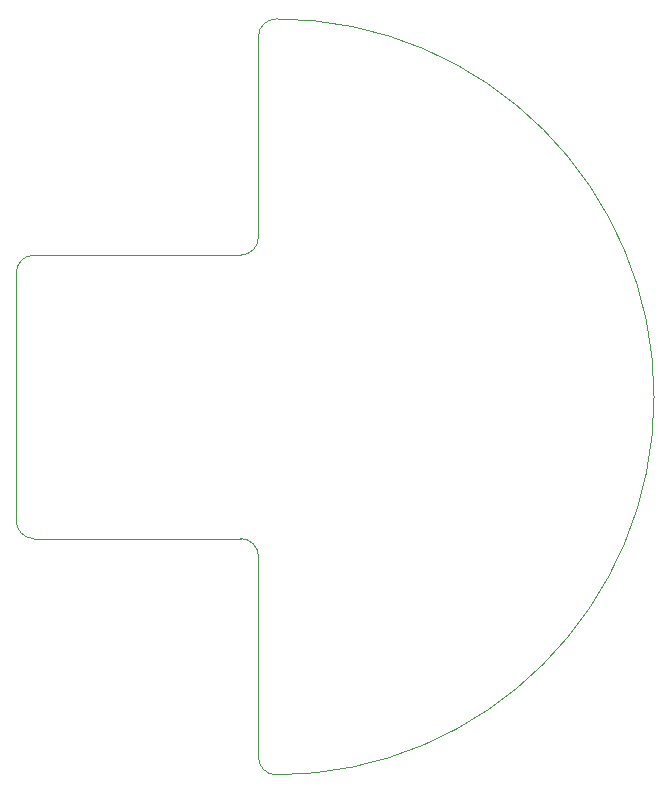
<source format=gbr>
%TF.GenerationSoftware,KiCad,Pcbnew,8.0.3*%
%TF.CreationDate,2024-07-20T13:21:27-05:00*%
%TF.ProjectId,tla_probe_sma_breakout,746c615f-7072-46f6-9265-5f736d615f62,rev?*%
%TF.SameCoordinates,Original*%
%TF.FileFunction,Profile,NP*%
%FSLAX46Y46*%
G04 Gerber Fmt 4.6, Leading zero omitted, Abs format (unit mm)*
G04 Created by KiCad (PCBNEW 8.0.3) date 2024-07-20 13:21:27*
%MOMM*%
%LPD*%
G01*
G04 APERTURE LIST*
%TA.AperFunction,Profile*%
%ADD10C,0.050000*%
%TD*%
G04 APERTURE END LIST*
D10*
X129500000Y-52500000D02*
G75*
G02*
X128000000Y-54000000I-1500000J0D01*
G01*
X128000000Y-78000000D02*
G75*
G02*
X129500000Y-79500000I0J-1500000D01*
G01*
X129500000Y-35500000D02*
X129500000Y-52500000D01*
X129500000Y-96500000D02*
X129500000Y-79500000D01*
X131000000Y-98000000D02*
G75*
G02*
X129500000Y-96500000I0J1500000D01*
G01*
X129500000Y-35500000D02*
G75*
G02*
X131000000Y-34000000I1500000J0D01*
G01*
X110500000Y-78000000D02*
G75*
G02*
X109000000Y-76500000I0J1500000D01*
G01*
X109000000Y-55500000D02*
G75*
G02*
X110500000Y-54000000I1500000J0D01*
G01*
X131000000Y-34000000D02*
G75*
G02*
X131000000Y-98000000I0J-32000000D01*
G01*
X110500000Y-78000000D02*
X128000000Y-78000000D01*
X110500000Y-54000000D02*
X128000000Y-54000000D01*
X109000000Y-76500000D02*
X109000000Y-55500000D01*
M02*

</source>
